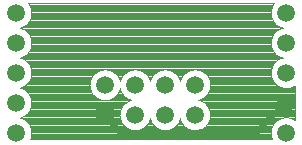
<source format=gbr>
G04 DipTrace 3.1.0.1*
G04 Bottom.gbr*
%MOIN*%
G04 #@! TF.FileFunction,Copper,L2,Bot*
G04 #@! TF.Part,Single*
G04 #@! TA.AperFunction,Conductor*
%ADD13C,0.019685*%
G04 #@! TA.AperFunction,CopperBalancing*
%ADD14C,0.003937*%
G04 #@! TA.AperFunction,ComponentPad*
%ADD15R,0.059055X0.059055*%
%ADD16C,0.059055*%
%FSLAX26Y26*%
G04*
G70*
G90*
G75*
G01*
G04 Bottom*
%LPD*%
X735827Y500787D2*
D13*
Y496063D1*
X793701Y438189D1*
X1236614D1*
X1297587Y499161D1*
X1297671D1*
X1339764Y541255D1*
X483881Y868241D2*
D14*
X1295693D1*
X486010Y864436D2*
X1293563D1*
X487734Y860630D2*
X1291825D1*
X489102Y856824D2*
X1290449D1*
X490147Y853018D2*
X1289395D1*
X490886Y849213D2*
X1288650D1*
X491332Y845407D2*
X1288196D1*
X491493Y841601D2*
X1288034D1*
X491370Y837795D2*
X1288150D1*
X490970Y833990D2*
X1288550D1*
X490270Y830184D2*
X1289241D1*
X489270Y826378D2*
X1290234D1*
X487941Y822572D2*
X1291549D1*
X486264Y818766D2*
X1293217D1*
X484203Y814961D2*
X1295278D1*
X481689Y811155D2*
X1297785D1*
X478636Y807349D2*
X1300822D1*
X474899Y803543D2*
X1304535D1*
X470239Y799738D2*
X1309173D1*
X464112Y795932D2*
X1315255D1*
X454776Y792126D2*
X1324467D1*
X460858Y788320D2*
X1318861D1*
X467933Y784514D2*
X1311726D1*
X473108Y780709D2*
X1306520D1*
X477182Y776903D2*
X1302429D1*
X480497Y773097D2*
X1299100D1*
X483219Y769291D2*
X1296362D1*
X485465Y765486D2*
X1294109D1*
X487295Y761680D2*
X1292272D1*
X488764Y757874D2*
X1290795D1*
X489894Y754068D2*
X1289657D1*
X490717Y750262D2*
X1288827D1*
X491239Y746457D2*
X1288295D1*
X491478Y742651D2*
X1288050D1*
X491440Y738845D2*
X1288088D1*
X491109Y735039D2*
X1288411D1*
X490493Y731234D2*
X1289018D1*
X489579Y727428D2*
X1289927D1*
X488340Y723622D2*
X1291156D1*
X486764Y719816D2*
X1292724D1*
X484811Y716010D2*
X1294671D1*
X482428Y712205D2*
X1297039D1*
X479535Y708399D2*
X1299923D1*
X476007Y704593D2*
X1303429D1*
X471639Y700787D2*
X1307781D1*
X466003Y696982D2*
X1313379D1*
X457936Y693176D2*
X1321369D1*
X458282Y689370D2*
X1321469D1*
X466226Y685564D2*
X1313441D1*
X471808Y681759D2*
X1307827D1*
X476144Y677953D2*
X1303467D1*
X479643Y674147D2*
X1299953D1*
X482520Y670341D2*
X1297070D1*
X484888Y666535D2*
X1294686D1*
X486825Y662730D2*
X1292740D1*
X488387Y658924D2*
X1291172D1*
X489609Y655118D2*
X1289941D1*
X490517Y651312D2*
X726327D1*
X745323D2*
X826328D1*
X845324D2*
X926329D1*
X945325D2*
X1026331D1*
X1045327D2*
X1289026D1*
X491125Y647507D2*
X714146D1*
X757503D2*
X814148D1*
X857504D2*
X914150D1*
X957505D2*
X1014151D1*
X1057508D2*
X1288411D1*
X491440Y643701D2*
X707256D1*
X764400D2*
X807251D1*
X864402D2*
X907252D1*
X964403D2*
X1007253D1*
X1064398D2*
X1288088D1*
X491478Y639895D2*
X702173D1*
X769483D2*
X802176D1*
X869484D2*
X902169D1*
X969478D2*
X1002171D1*
X1069480D2*
X1288050D1*
X491224Y636089D2*
X698160D1*
X773496D2*
X798161D1*
X873499D2*
X898155D1*
X973492D2*
X998157D1*
X1073493D2*
X1288289D1*
X490693Y632283D2*
X694892D1*
X776765D2*
X794894D1*
X876759D2*
X894895D1*
X976760D2*
X994888D1*
X1076761D2*
X1288819D1*
X489856Y628478D2*
X692201D1*
X779449D2*
X792202D1*
X879450D2*
X892203D1*
X979451D2*
X992205D1*
X1079453D2*
X1289650D1*
X488718Y624672D2*
X689986D1*
X781663D2*
X789988D1*
X881664D2*
X889990D1*
X981665D2*
X989991D1*
X1081668D2*
X1290787D1*
X487241Y620866D2*
X688186D1*
X783470D2*
X788181D1*
X883471D2*
X888182D1*
X983472D2*
X988184D1*
X1083467D2*
X1292256D1*
X485395Y617060D2*
X686741D1*
X1084912D2*
X1294093D1*
X483135Y613255D2*
X685634D1*
X1086020D2*
X1296339D1*
X480390Y609449D2*
X684835D1*
X1086819D2*
X1299068D1*
X477052Y605643D2*
X684327D1*
X1087327D2*
X1302391D1*
X472946Y601837D2*
X684104D1*
X1087550D2*
X1306474D1*
X467724Y598031D2*
X684165D1*
X1087488D2*
X1311664D1*
X460551Y594226D2*
X684518D1*
X1087135D2*
X1318777D1*
X1360749D2*
X1367713D1*
X455214Y590420D2*
X685150D1*
X1086504D2*
X1332196D1*
X1347331D2*
X1367713D1*
X464357Y586614D2*
X686088D1*
X1085566D2*
X1367713D1*
X470424Y582808D2*
X687349D1*
X784308D2*
X787343D1*
X1084304D2*
X1367713D1*
X475046Y579003D2*
X688948D1*
X782709D2*
X788949D1*
X1082706D2*
X1367713D1*
X478752Y575197D2*
X690924D1*
X780724D2*
X790925D1*
X1080730D2*
X1367713D1*
X481781Y571391D2*
X693346D1*
X778310D2*
X793340D1*
X1078307D2*
X1367713D1*
X484281Y567585D2*
X696276D1*
X775381D2*
X796277D1*
X1075378D2*
X1367713D1*
X486333Y563780D2*
X699852D1*
X771804D2*
X799853D1*
X1071802D2*
X1367713D1*
X487995Y559974D2*
X704289D1*
X767361D2*
X804290D1*
X1067365D2*
X1367713D1*
X489310Y556168D2*
X710041D1*
X761609D2*
X810042D1*
X1061613D2*
X1367713D1*
X490302Y552362D2*
X718383D1*
X753265D2*
X818385D1*
X1053270D2*
X1367713D1*
X490986Y548556D2*
X816623D1*
X1055031D2*
X1367713D1*
X491386Y544751D2*
X808919D1*
X1062736D2*
X1367713D1*
X491493Y540945D2*
X803451D1*
X1068203D2*
X1367713D1*
X491324Y537139D2*
X799184D1*
X1072471D2*
X1367713D1*
X490870Y533333D2*
X795731D1*
X1075924D2*
X1367713D1*
X490117Y529528D2*
X792894D1*
X1078761D2*
X1367713D1*
X489063Y525722D2*
X790556D1*
X1081098D2*
X1367713D1*
X487680Y521916D2*
X788642D1*
X1083013D2*
X1367713D1*
X485941Y518110D2*
X787104D1*
X1084551D2*
X1367713D1*
X483803Y514304D2*
X785904D1*
X1085751D2*
X1367713D1*
X481197Y510499D2*
X785020D1*
X1086635D2*
X1367713D1*
X478045Y506693D2*
X784436D1*
X1087219D2*
X1367713D1*
X474176Y502887D2*
X784136D1*
X1087520D2*
X1367713D1*
X469308Y499081D2*
X784121D1*
X1087528D2*
X1367713D1*
X462827Y495276D2*
X784390D1*
X1087265D2*
X1367713D1*
X452354Y491470D2*
X784951D1*
X1086705D2*
X1328689D1*
X1350837D2*
X1367713D1*
X462281Y487664D2*
X785797D1*
X1085850D2*
X1317424D1*
X1362110D2*
X1367713D1*
X468925Y483858D2*
X786966D1*
X884686D2*
X886971D1*
X984688D2*
X986966D1*
X1084689D2*
X1310726D1*
X473877Y480052D2*
X788465D1*
X883186D2*
X888467D1*
X983189D2*
X988469D1*
X1083182D2*
X1305751D1*
X477798Y476247D2*
X790341D1*
X881311D2*
X890343D1*
X981312D2*
X990337D1*
X1081314D2*
X1301806D1*
X481005Y472441D2*
X792633D1*
X879028D2*
X892626D1*
X979021D2*
X992629D1*
X1079022D2*
X1298592D1*
X483634Y468635D2*
X795408D1*
X876243D2*
X895411D1*
X976245D2*
X995412D1*
X1076247D2*
X1295940D1*
X485803Y464829D2*
X798791D1*
X872860D2*
X898794D1*
X972862D2*
X998787D1*
X1072864D2*
X1293762D1*
X487571Y461024D2*
X802959D1*
X868693D2*
X902961D1*
X968694D2*
X1002963D1*
X1068696D2*
X1291987D1*
X488979Y457218D2*
X808281D1*
X863371D2*
X908282D1*
X963373D2*
X1008276D1*
X1063374D2*
X1290580D1*
X490055Y453412D2*
X815655D1*
X855997D2*
X915656D1*
X955999D2*
X1015651D1*
X1056000D2*
X1289496D1*
X490824Y449606D2*
X831419D1*
X840241D2*
X931412D1*
X940235D2*
X1031413D1*
X1040236D2*
X1288719D1*
X491301Y445801D2*
X1288235D1*
X491493Y441995D2*
X1288034D1*
X491400Y438189D2*
X1288127D1*
X491024Y434383D2*
X1288496D1*
X490356Y430577D2*
X1289157D1*
X489386Y426772D2*
X1290118D1*
X488094Y422966D2*
X1291403D1*
X785827Y589148D2*
X784769Y585285D1*
X783437Y581581D1*
X781825Y577990D1*
X779945Y574533D1*
X777803Y571230D1*
X775416Y568101D1*
X772795Y565164D1*
X769957Y562437D1*
X766919Y559934D1*
X763698Y557673D1*
X760312Y555664D1*
X756783Y553921D1*
X753131Y552453D1*
X749378Y551269D1*
X745545Y550377D1*
X741654Y549781D1*
X737728Y549484D1*
X733793Y549490D1*
X729869Y549795D1*
X725979Y550402D1*
X722148Y551304D1*
X718398Y552497D1*
X714749Y553975D1*
X711224Y555727D1*
X707845Y557745D1*
X704630Y560014D1*
X701597Y562525D1*
X698766Y565260D1*
X696154Y568203D1*
X693774Y571339D1*
X691642Y574647D1*
X689769Y578109D1*
X688167Y581703D1*
X686845Y585412D1*
X685811Y589209D1*
X685071Y593075D1*
X684629Y596987D1*
X684488Y600920D1*
X684650Y604853D1*
X685112Y608761D1*
X685871Y612623D1*
X686925Y616416D1*
X688266Y620117D1*
X689886Y623703D1*
X691777Y627155D1*
X693927Y630453D1*
X696323Y633576D1*
X698950Y636505D1*
X701795Y639226D1*
X704840Y641720D1*
X708067Y643974D1*
X711458Y645974D1*
X714991Y647707D1*
X718647Y649167D1*
X722404Y650340D1*
X726239Y651223D1*
X730131Y651810D1*
X734058Y652096D1*
X737993Y652080D1*
X741916Y651764D1*
X745804Y651147D1*
X749633Y650235D1*
X753381Y649031D1*
X757025Y647545D1*
X760545Y645783D1*
X763920Y643757D1*
X767129Y641479D1*
X770155Y638962D1*
X772978Y636219D1*
X775584Y633269D1*
X777955Y630127D1*
X780079Y626814D1*
X781944Y623348D1*
X783535Y619748D1*
X784848Y616037D1*
X785825Y612423D1*
X786925Y616416D1*
X788266Y620117D1*
X789886Y623703D1*
X791777Y627155D1*
X793927Y630453D1*
X796323Y633576D1*
X798950Y636505D1*
X801795Y639226D1*
X804840Y641720D1*
X808067Y643974D1*
X811458Y645974D1*
X814991Y647707D1*
X818647Y649167D1*
X822404Y650340D1*
X826239Y651223D1*
X830131Y651810D1*
X834058Y652096D1*
X837993Y652080D1*
X841916Y651764D1*
X845804Y651147D1*
X849633Y650235D1*
X853381Y649031D1*
X857025Y647545D1*
X860545Y645783D1*
X863920Y643757D1*
X867129Y641479D1*
X870155Y638962D1*
X872978Y636219D1*
X875584Y633269D1*
X877955Y630127D1*
X880079Y626814D1*
X881944Y623348D1*
X883535Y619748D1*
X884848Y616037D1*
X885825Y612423D1*
X886925Y616416D1*
X888266Y620117D1*
X889886Y623703D1*
X891777Y627155D1*
X893927Y630453D1*
X896323Y633576D1*
X898950Y636505D1*
X901795Y639226D1*
X904840Y641720D1*
X908067Y643974D1*
X911458Y645974D1*
X914991Y647707D1*
X918647Y649167D1*
X922404Y650340D1*
X926239Y651223D1*
X930131Y651810D1*
X934058Y652096D1*
X937993Y652080D1*
X941916Y651764D1*
X945804Y651147D1*
X949633Y650235D1*
X953381Y649031D1*
X957025Y647545D1*
X960545Y645783D1*
X963920Y643757D1*
X967129Y641479D1*
X970155Y638962D1*
X972978Y636219D1*
X975584Y633269D1*
X977955Y630127D1*
X980079Y626814D1*
X981944Y623348D1*
X983535Y619748D1*
X984848Y616037D1*
X985825Y612423D1*
X986925Y616416D1*
X988266Y620117D1*
X989886Y623703D1*
X991777Y627155D1*
X993927Y630453D1*
X996323Y633576D1*
X998950Y636505D1*
X1001795Y639226D1*
X1004840Y641720D1*
X1008067Y643974D1*
X1011458Y645974D1*
X1014991Y647707D1*
X1018647Y649167D1*
X1022404Y650340D1*
X1026239Y651223D1*
X1030131Y651810D1*
X1034058Y652096D1*
X1037993Y652080D1*
X1041916Y651764D1*
X1045804Y651147D1*
X1049633Y650235D1*
X1053381Y649031D1*
X1057025Y647545D1*
X1060545Y645783D1*
X1063920Y643757D1*
X1067129Y641479D1*
X1070155Y638962D1*
X1072978Y636219D1*
X1075584Y633269D1*
X1077955Y630127D1*
X1080079Y626814D1*
X1081944Y623348D1*
X1083535Y619748D1*
X1084848Y616037D1*
X1085873Y612236D1*
X1086602Y608369D1*
X1087034Y604457D1*
X1087165Y600787D1*
X1087014Y596854D1*
X1086563Y592944D1*
X1085812Y589080D1*
X1084769Y585285D1*
X1083437Y581581D1*
X1081825Y577990D1*
X1079945Y574533D1*
X1077803Y571230D1*
X1075416Y568101D1*
X1072795Y565164D1*
X1069957Y562437D1*
X1066919Y559934D1*
X1063698Y557673D1*
X1060312Y555664D1*
X1056783Y553921D1*
X1053131Y552453D1*
X1049378Y551269D1*
X1047476Y550789D1*
X1051518Y549669D1*
X1055217Y548323D1*
X1058802Y546698D1*
X1062252Y544803D1*
X1065546Y542650D1*
X1068665Y540249D1*
X1071593Y537618D1*
X1074310Y534769D1*
X1076799Y531720D1*
X1079049Y528491D1*
X1081045Y525098D1*
X1082774Y521563D1*
X1084227Y517906D1*
X1085396Y514147D1*
X1086274Y510310D1*
X1086856Y506417D1*
X1087136Y502491D1*
X1087127Y498819D1*
X1086825Y494895D1*
X1086224Y491005D1*
X1085327Y487173D1*
X1084139Y483420D1*
X1082667Y479770D1*
X1080919Y476244D1*
X1078906Y472861D1*
X1076639Y469643D1*
X1074134Y466608D1*
X1071402Y463773D1*
X1068462Y461156D1*
X1065329Y458773D1*
X1062024Y456636D1*
X1058564Y454759D1*
X1054971Y453152D1*
X1051266Y451825D1*
X1047470Y450786D1*
X1043605Y450042D1*
X1039694Y449594D1*
X1035761Y449449D1*
X1031828Y449605D1*
X1027919Y450062D1*
X1024055Y450816D1*
X1020261Y451865D1*
X1016559Y453202D1*
X1012970Y454818D1*
X1009516Y456703D1*
X1006215Y458849D1*
X1003089Y461241D1*
X1000156Y463865D1*
X997432Y466706D1*
X994934Y469748D1*
X992676Y472972D1*
X990672Y476360D1*
X988933Y479891D1*
X987470Y483545D1*
X986291Y487301D1*
X985812Y489080D1*
X984769Y485285D1*
X983437Y481581D1*
X981825Y477990D1*
X979945Y474533D1*
X977803Y471230D1*
X975416Y468101D1*
X972795Y465164D1*
X969957Y462437D1*
X966919Y459934D1*
X963698Y457673D1*
X960312Y455664D1*
X956783Y453921D1*
X953131Y452453D1*
X949378Y451269D1*
X945545Y450377D1*
X941654Y449781D1*
X937728Y449484D1*
X933793Y449490D1*
X929869Y449795D1*
X925979Y450402D1*
X922148Y451304D1*
X918398Y452497D1*
X914749Y453975D1*
X911224Y455727D1*
X907845Y457745D1*
X904630Y460014D1*
X901597Y462525D1*
X898766Y465260D1*
X896154Y468203D1*
X893774Y471339D1*
X891642Y474647D1*
X889769Y478109D1*
X888167Y481703D1*
X886845Y485412D1*
X885828Y489142D1*
X884769Y485285D1*
X883437Y481581D1*
X881825Y477990D1*
X879945Y474533D1*
X877803Y471230D1*
X875416Y468101D1*
X872795Y465164D1*
X869957Y462437D1*
X866919Y459934D1*
X863698Y457673D1*
X860312Y455664D1*
X856783Y453921D1*
X853131Y452453D1*
X849378Y451269D1*
X845545Y450377D1*
X841654Y449781D1*
X837728Y449484D1*
X833793Y449490D1*
X829869Y449795D1*
X825979Y450402D1*
X822148Y451304D1*
X818398Y452497D1*
X814749Y453975D1*
X811224Y455727D1*
X807845Y457745D1*
X804630Y460014D1*
X801597Y462525D1*
X798766Y465260D1*
X796154Y468203D1*
X793774Y471339D1*
X791642Y474647D1*
X789769Y478109D1*
X788167Y481703D1*
X786845Y485412D1*
X785811Y489209D1*
X785071Y493075D1*
X784629Y496987D1*
X784488Y500920D1*
X784650Y504853D1*
X785112Y508761D1*
X785871Y512623D1*
X786925Y516416D1*
X788266Y520117D1*
X789886Y523703D1*
X791777Y527155D1*
X793927Y530453D1*
X796323Y533576D1*
X798950Y536505D1*
X801795Y539226D1*
X804840Y541720D1*
X808067Y543974D1*
X811458Y545974D1*
X814991Y547707D1*
X818647Y549167D1*
X822404Y550340D1*
X824186Y550786D1*
X820261Y551865D1*
X816559Y553202D1*
X812970Y554818D1*
X809516Y556703D1*
X806215Y558849D1*
X803089Y561241D1*
X800156Y563865D1*
X797432Y566706D1*
X794934Y569748D1*
X792676Y572972D1*
X790672Y576360D1*
X788933Y579891D1*
X787470Y583545D1*
X786291Y587301D1*
X785828Y589142D1*
X1293370Y419293D2*
X1292104Y422171D1*
X1290782Y425879D1*
X1289748Y429676D1*
X1289008Y433542D1*
X1288566Y437454D1*
X1288425Y441387D1*
X1288587Y445320D1*
X1289049Y449228D1*
X1289808Y453091D1*
X1290862Y456883D1*
X1292203Y460584D1*
X1293823Y464171D1*
X1295714Y467622D1*
X1297864Y470920D1*
X1300260Y474043D1*
X1302887Y476972D1*
X1305732Y479693D1*
X1308777Y482188D1*
X1312004Y484441D1*
X1315395Y486441D1*
X1318928Y488175D1*
X1322584Y489634D1*
X1326341Y490807D1*
X1330176Y491690D1*
X1334068Y492277D1*
X1337995Y492563D1*
X1341930Y492547D1*
X1345853Y492231D1*
X1349741Y491614D1*
X1353570Y490702D1*
X1357318Y489499D1*
X1360962Y488012D1*
X1364482Y486251D1*
X1367857Y484224D1*
X1368105Y484056D1*
X1368110Y598449D1*
X1365961Y597104D1*
X1362501Y595226D1*
X1358908Y593619D1*
X1355203Y592293D1*
X1351407Y591253D1*
X1347542Y590509D1*
X1343631Y590062D1*
X1339698Y589916D1*
X1335765Y590072D1*
X1331856Y590529D1*
X1327992Y591283D1*
X1324198Y592332D1*
X1320496Y593669D1*
X1316907Y595285D1*
X1313453Y597171D1*
X1310152Y599316D1*
X1307026Y601709D1*
X1304093Y604332D1*
X1301369Y607173D1*
X1298871Y610215D1*
X1296613Y613440D1*
X1294609Y616827D1*
X1292870Y620358D1*
X1291407Y624012D1*
X1290228Y627768D1*
X1289341Y631602D1*
X1288749Y635493D1*
X1288458Y639419D1*
X1288469Y643354D1*
X1288780Y647278D1*
X1289391Y651167D1*
X1290299Y654997D1*
X1291497Y658747D1*
X1292979Y662392D1*
X1294736Y665915D1*
X1296757Y669291D1*
X1299031Y672504D1*
X1301546Y675533D1*
X1304283Y678361D1*
X1307231Y680970D1*
X1310369Y683345D1*
X1313680Y685474D1*
X1317144Y687341D1*
X1320741Y688940D1*
X1324451Y690256D1*
X1328123Y691253D1*
X1324198Y692332D1*
X1320496Y693669D1*
X1316907Y695285D1*
X1313453Y697171D1*
X1310152Y699316D1*
X1307026Y701709D1*
X1304093Y704332D1*
X1301369Y707173D1*
X1298871Y710215D1*
X1296613Y713440D1*
X1294609Y716827D1*
X1292870Y720358D1*
X1291407Y724012D1*
X1290228Y727768D1*
X1289341Y731602D1*
X1288749Y735493D1*
X1288458Y739419D1*
X1288469Y743354D1*
X1288780Y747278D1*
X1289391Y751167D1*
X1290299Y754997D1*
X1291497Y758747D1*
X1292979Y762392D1*
X1294736Y765915D1*
X1296757Y769291D1*
X1299031Y772504D1*
X1301546Y775533D1*
X1304283Y778361D1*
X1307231Y780970D1*
X1310369Y783345D1*
X1313680Y785474D1*
X1317144Y787341D1*
X1320741Y788940D1*
X1324451Y790256D1*
X1328123Y791253D1*
X1324198Y792332D1*
X1320496Y793669D1*
X1316907Y795285D1*
X1313453Y797171D1*
X1310152Y799316D1*
X1307026Y801709D1*
X1304093Y804332D1*
X1301369Y807173D1*
X1298871Y810215D1*
X1296613Y813440D1*
X1294609Y816827D1*
X1292870Y820358D1*
X1291407Y824012D1*
X1290228Y827768D1*
X1289341Y831602D1*
X1288749Y835493D1*
X1288458Y839419D1*
X1288469Y843354D1*
X1288780Y847278D1*
X1289391Y851167D1*
X1290299Y854997D1*
X1291497Y858747D1*
X1292979Y862392D1*
X1294736Y865915D1*
X1296757Y869291D1*
X1298698Y872052D1*
X480907Y872047D1*
X482986Y869042D1*
X484982Y865650D1*
X486711Y862114D1*
X488164Y858457D1*
X489333Y854698D1*
X490211Y850861D1*
X490793Y846969D1*
X491073Y843042D1*
X491064Y839370D1*
X490762Y835446D1*
X490161Y831556D1*
X489264Y827724D1*
X488076Y823971D1*
X486604Y820322D1*
X484856Y816795D1*
X482843Y813412D1*
X480576Y810194D1*
X478071Y807159D1*
X475339Y804324D1*
X472399Y801707D1*
X469266Y799324D1*
X465961Y797188D1*
X462501Y795310D1*
X458908Y793703D1*
X455203Y792377D1*
X451413Y791340D1*
X455455Y790220D1*
X459154Y788874D1*
X462739Y787249D1*
X466189Y785354D1*
X469483Y783201D1*
X472602Y780801D1*
X475530Y778169D1*
X478247Y775320D1*
X480736Y772272D1*
X482986Y769042D1*
X484982Y765650D1*
X486711Y762114D1*
X488164Y758457D1*
X489333Y754698D1*
X490211Y750861D1*
X490793Y746969D1*
X491073Y743042D1*
X491064Y739370D1*
X490762Y735446D1*
X490161Y731556D1*
X489264Y727724D1*
X488076Y723971D1*
X486604Y720322D1*
X484856Y716795D1*
X482843Y713412D1*
X480576Y710194D1*
X478071Y707159D1*
X475339Y704324D1*
X472399Y701707D1*
X469266Y699324D1*
X465961Y697188D1*
X462501Y695310D1*
X458908Y693703D1*
X455203Y692377D1*
X451413Y691340D1*
X455455Y690220D1*
X459154Y688874D1*
X462739Y687249D1*
X466189Y685354D1*
X469483Y683201D1*
X472602Y680801D1*
X475530Y678169D1*
X478247Y675320D1*
X480736Y672272D1*
X482986Y669042D1*
X484982Y665650D1*
X486711Y662114D1*
X488164Y658457D1*
X489333Y654698D1*
X490211Y650861D1*
X490793Y646969D1*
X491073Y643042D1*
X491064Y639370D1*
X490762Y635446D1*
X490161Y631556D1*
X489264Y627724D1*
X488076Y623971D1*
X486604Y620322D1*
X484856Y616795D1*
X482843Y613412D1*
X480576Y610194D1*
X478071Y607159D1*
X475339Y604324D1*
X472399Y601707D1*
X469266Y599324D1*
X465961Y597188D1*
X462501Y595310D1*
X458908Y593703D1*
X455203Y592377D1*
X451413Y591340D1*
X455455Y590220D1*
X459154Y588874D1*
X462739Y587249D1*
X466189Y585354D1*
X469483Y583201D1*
X472602Y580801D1*
X475530Y578169D1*
X478247Y575320D1*
X480736Y572272D1*
X482986Y569042D1*
X484982Y565650D1*
X486711Y562114D1*
X488164Y558457D1*
X489333Y554698D1*
X490211Y550861D1*
X490793Y546969D1*
X491073Y543042D1*
X491064Y539370D1*
X490762Y535446D1*
X490161Y531556D1*
X489264Y527724D1*
X488076Y523971D1*
X486604Y520322D1*
X484856Y516795D1*
X482843Y513412D1*
X480576Y510194D1*
X478071Y507159D1*
X475339Y504324D1*
X472399Y501707D1*
X469266Y499324D1*
X465961Y497188D1*
X462501Y495310D1*
X458908Y493703D1*
X455203Y492377D1*
X451413Y491340D1*
X455455Y490220D1*
X459154Y488874D1*
X462739Y487249D1*
X466189Y485354D1*
X469483Y483201D1*
X472602Y480801D1*
X475530Y478169D1*
X478247Y475320D1*
X480736Y472272D1*
X482986Y469042D1*
X484982Y465650D1*
X486711Y462114D1*
X488164Y458457D1*
X489333Y454698D1*
X490211Y450861D1*
X490793Y446969D1*
X491073Y443042D1*
X491064Y439370D1*
X490762Y435446D1*
X490161Y431556D1*
X489264Y427724D1*
X488076Y423971D1*
X486604Y420322D1*
X486114Y419285D1*
X1293361Y419291D1*
D15*
X735827Y500787D3*
D16*
Y600787D3*
X835827Y500787D3*
Y600787D3*
X935827Y500787D3*
Y600787D3*
X1035827Y500787D3*
Y600787D3*
X1339764Y441255D3*
Y541255D3*
Y641255D3*
Y741255D3*
Y841255D3*
X439764Y441339D3*
Y541339D3*
Y641339D3*
Y741339D3*
Y841339D3*
M02*

</source>
